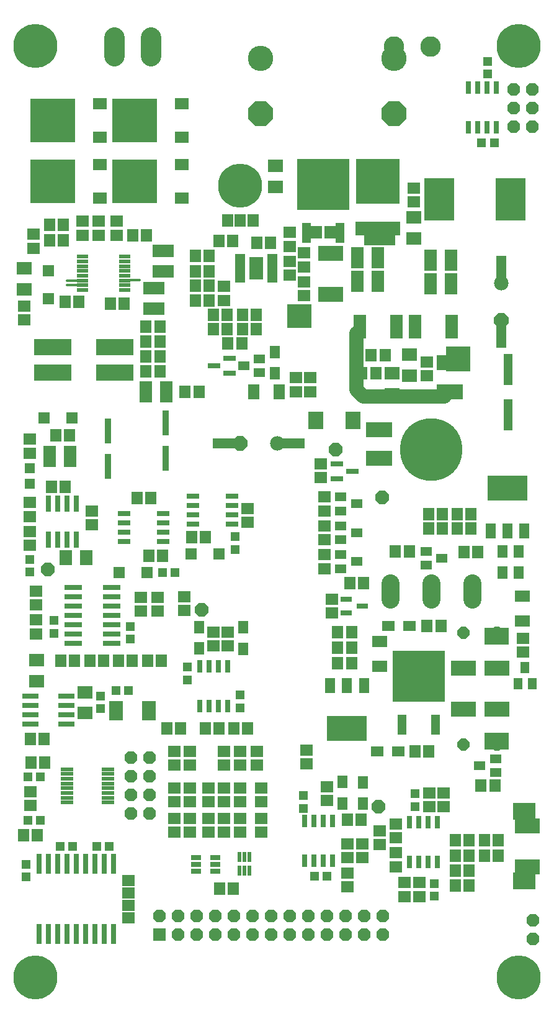
<source format=gts>
G75*
G70*
%OFA0B0*%
%FSLAX24Y24*%
%IPPOS*%
%LPD*%
%AMOC8*
5,1,8,0,0,1.08239X$1,22.5*
%
%ADD10R,0.1700X0.1275*%
%ADD11C,0.0120*%
%ADD12C,0.0140*%
%ADD13C,0.0760*%
%ADD14R,0.0789X0.0631*%
%ADD15R,0.0474X0.0513*%
%ADD16R,0.0592X0.0671*%
%ADD17R,0.0671X0.0592*%
%ADD18R,0.0789X0.0710*%
%ADD19R,0.0760X0.0270*%
%ADD20R,0.0513X0.0474*%
%ADD21R,0.0710X0.0218*%
%ADD22R,0.0300X0.1080*%
%ADD23OC8,0.0674*%
%ADD24C,0.0973*%
%ADD25C,0.3350*%
%ADD26R,0.0552X0.0671*%
%ADD27R,0.0671X0.0552*%
%ADD28R,0.0530X0.0830*%
%ADD29R,0.2125X0.1375*%
%ADD30R,0.0316X0.0690*%
%ADD31R,0.0631X0.0474*%
%ADD32R,0.0474X0.0631*%
%ADD33R,0.1340X0.0789*%
%ADD34R,0.0680X0.0300*%
%ADD35R,0.0600X0.0300*%
%ADD36R,0.0450X0.1060*%
%ADD37R,0.2850X0.2770*%
%ADD38R,0.1419X0.0828*%
%ADD39R,0.0860X0.0300*%
%ADD40R,0.0674X0.0674*%
%ADD41R,0.0710X0.1143*%
%ADD42R,0.0790X0.0710*%
%ADD43R,0.1646X0.2315*%
%ADD44R,0.0631X0.0789*%
%ADD45R,0.2365X0.2444*%
%ADD46R,0.0592X0.0749*%
%ADD47R,0.0680X0.1280*%
%ADD48R,0.0580X0.0260*%
%ADD49R,0.0770X0.1240*%
%ADD50R,0.2049X0.0867*%
%ADD51R,0.0380X0.1360*%
%ADD52R,0.0552X0.0552*%
%ADD53R,0.0631X0.0631*%
%ADD54R,0.1143X0.0710*%
%ADD55R,0.0640X0.0220*%
%ADD56C,0.1360*%
%ADD57OC8,0.1360*%
%ADD58R,0.0690X0.0316*%
%ADD59R,0.2444X0.2365*%
%ADD60R,0.0749X0.0592*%
%ADD61R,0.0789X0.0946*%
%ADD62R,0.0220X0.0540*%
%ADD63R,0.0580X0.0300*%
%ADD64R,0.0946X0.0316*%
%ADD65OC8,0.0730*%
%ADD66R,0.0710X0.0789*%
%ADD67R,0.0300X0.0860*%
%ADD68C,0.1100*%
%ADD69OC8,0.0640*%
%ADD70R,0.1720X0.0550*%
%ADD71C,0.0780*%
%ADD72OC8,0.0780*%
%ADD73R,0.0550X0.1720*%
%ADD74R,0.0510X0.1680*%
%ADD75C,0.1100*%
%ADD76R,0.0516X0.0516*%
%ADD77C,0.2365*%
D10*
X028491Y046953D03*
D11*
X015616Y044441D02*
X014816Y044441D01*
D12*
X012641Y044416D02*
X011691Y044416D01*
X011691Y044191D02*
X012616Y044191D01*
D13*
X027241Y041616D02*
X027241Y038591D01*
X027616Y038216D01*
X031966Y038216D01*
D14*
X036166Y027485D03*
X036166Y026147D03*
X028491Y025060D03*
X028491Y023722D03*
D15*
X009491Y012431D03*
X009491Y013101D03*
X013491Y021456D03*
X013491Y022126D03*
X015091Y025181D03*
X015091Y025851D03*
X016831Y028741D03*
X017500Y028741D03*
X018166Y023676D03*
X018166Y023006D03*
X021016Y022176D03*
X021016Y021506D03*
X024416Y016776D03*
X024416Y016106D03*
X030391Y016206D03*
X030391Y016876D03*
X031441Y012051D03*
X031441Y011381D03*
X011016Y025506D03*
X011016Y026176D03*
X034316Y055531D03*
X034316Y056201D03*
D16*
X025840Y047016D03*
X025092Y047016D03*
X022640Y046466D03*
X021892Y046466D03*
X021685Y047641D03*
X021016Y047641D03*
X020347Y047641D03*
X020615Y046566D03*
X019867Y046566D03*
X019340Y045766D03*
X019340Y044916D03*
X019340Y044141D03*
X019340Y043366D03*
X018592Y043366D03*
X018592Y044141D03*
X018592Y044916D03*
X018592Y045766D03*
X019567Y042591D03*
X019567Y041816D03*
X020315Y041816D03*
X020315Y042591D03*
X021117Y042591D03*
X021117Y041816D03*
X021090Y041041D03*
X020342Y041041D03*
X021865Y041816D03*
X021865Y042591D03*
X018790Y038441D03*
X018042Y038441D03*
X016690Y039566D03*
X016690Y040341D03*
X015942Y040341D03*
X015942Y039566D03*
X015942Y041141D03*
X015942Y041966D03*
X016690Y041966D03*
X016690Y041141D03*
X014765Y043191D03*
X014017Y043191D03*
X012340Y043291D03*
X011592Y043291D03*
X011515Y046591D03*
X011515Y047416D03*
X010767Y047416D03*
X010767Y046591D03*
X015217Y046841D03*
X015965Y046841D03*
X011840Y036116D03*
X011092Y036116D03*
X010867Y033366D03*
X011615Y033366D03*
X015467Y032741D03*
X016215Y032741D03*
X018392Y030641D03*
X019140Y030641D03*
X016840Y029641D03*
X016092Y029641D03*
X016017Y024016D03*
X016765Y024016D03*
X015215Y024016D03*
X014467Y024016D03*
X013665Y024016D03*
X012917Y024016D03*
X012115Y024016D03*
X011367Y024016D03*
X010465Y019816D03*
X009717Y019816D03*
X009767Y018566D03*
X010515Y018566D03*
X010115Y014666D03*
X009367Y014666D03*
X017067Y020391D03*
X017815Y020391D03*
X019117Y020391D03*
X019865Y020391D03*
X020662Y020391D03*
X021410Y020391D03*
X026242Y023891D03*
X026990Y023891D03*
X026990Y024716D03*
X026990Y025566D03*
X026242Y025566D03*
X026242Y024716D03*
X026892Y028191D03*
X027640Y028191D03*
X029342Y029891D03*
X030090Y029891D03*
X031117Y031116D03*
X031117Y031891D03*
X031865Y031891D03*
X031865Y031116D03*
X032667Y031116D03*
X032667Y031891D03*
X033415Y031891D03*
X033415Y031116D03*
X033765Y029866D03*
X033017Y029866D03*
X031790Y025891D03*
X031042Y025891D03*
X031140Y019166D03*
X030392Y019166D03*
X027515Y015491D03*
X026767Y015491D03*
X032567Y014391D03*
X032567Y013566D03*
X032567Y012766D03*
X033315Y012766D03*
X033315Y013566D03*
X033315Y014391D03*
X034117Y014391D03*
X034117Y013566D03*
X034865Y013566D03*
X034865Y014391D03*
X033315Y011966D03*
X032567Y011966D03*
X033942Y017316D03*
X034690Y017316D03*
X020640Y011791D03*
X019892Y011791D03*
X027542Y039466D03*
X028290Y039466D03*
X028042Y040416D03*
X028790Y040416D03*
D17*
X031041Y040065D03*
X031041Y039317D03*
X025541Y032815D03*
X025541Y032067D03*
X025541Y031265D03*
X025541Y030517D03*
X025541Y029715D03*
X025541Y028967D03*
X025941Y027340D03*
X025941Y026592D03*
X021416Y031442D03*
X021416Y032190D03*
X017991Y027465D03*
X017991Y026717D03*
X016566Y026692D03*
X016566Y027440D03*
X015666Y027440D03*
X015666Y026692D03*
X013041Y031317D03*
X013041Y032065D03*
X010041Y027765D03*
X010041Y027017D03*
X010041Y026215D03*
X010041Y025467D03*
X009691Y030217D03*
X009691Y030965D03*
X009691Y031767D03*
X009691Y032515D03*
X009716Y035167D03*
X009716Y035915D03*
X009416Y042317D03*
X009416Y043065D03*
X009891Y046167D03*
X009891Y046915D03*
X012541Y046867D03*
X012541Y047615D03*
X013391Y047615D03*
X013391Y046867D03*
X014366Y046867D03*
X014366Y047615D03*
X020141Y044115D03*
X020141Y043367D03*
X023666Y044717D03*
X023666Y045465D03*
X023666Y046267D03*
X023666Y047015D03*
X024441Y045915D03*
X024441Y045167D03*
X024441Y044365D03*
X024441Y043617D03*
X024766Y039215D03*
X024766Y038467D03*
X023991Y038467D03*
X023991Y039215D03*
X025341Y034590D03*
X025341Y033842D03*
X020341Y025565D03*
X020341Y024817D03*
X019566Y024817D03*
X019566Y025565D03*
X020141Y019165D03*
X020141Y018417D03*
X020991Y018417D03*
X020991Y019165D03*
X021916Y019165D03*
X021916Y018417D03*
X022141Y017190D03*
X022141Y016442D03*
X022141Y015565D03*
X022141Y014817D03*
X020991Y014817D03*
X020991Y015565D03*
X020141Y015565D03*
X020141Y014817D03*
X019296Y014817D03*
X019296Y015565D03*
X019296Y016442D03*
X019296Y017190D03*
X020141Y017190D03*
X020141Y016442D03*
X020992Y016442D03*
X020992Y017190D03*
X018316Y017190D03*
X018316Y016442D03*
X017466Y016442D03*
X017466Y017190D03*
X017466Y018417D03*
X017466Y019165D03*
X018316Y019165D03*
X018316Y018417D03*
X018316Y015565D03*
X018316Y014817D03*
X017466Y014817D03*
X017466Y015565D03*
X015016Y012235D03*
X015016Y011566D03*
X015016Y010897D03*
X015016Y010227D03*
X009741Y016242D03*
X009741Y016990D03*
X024566Y018492D03*
X024566Y019240D03*
X025672Y017269D03*
X025672Y016521D03*
X026766Y014190D03*
X026766Y013442D03*
X027566Y013442D03*
X027566Y014190D03*
X028492Y014146D03*
X028492Y014894D03*
X029366Y015265D03*
X029366Y014517D03*
X029366Y013715D03*
X029366Y012967D03*
X029822Y012121D03*
X029822Y011373D03*
X030628Y011367D03*
X030628Y012115D03*
X031165Y016192D03*
X031165Y016940D03*
X031934Y016940D03*
X031934Y016192D03*
X026766Y012640D03*
X026766Y011892D03*
X036191Y024492D03*
X036191Y025240D03*
X030341Y048642D03*
X030341Y049390D03*
D18*
X030091Y040442D03*
X030091Y039340D03*
X029166Y039442D03*
X029166Y038340D03*
X012666Y022317D03*
X012666Y021215D03*
X010066Y022940D03*
X010066Y024042D03*
D19*
X014336Y021721D03*
X014336Y021471D03*
X014336Y021211D03*
X014336Y020961D03*
X016096Y020961D03*
X016096Y021211D03*
X016096Y021471D03*
X016096Y021721D03*
D20*
X015000Y022416D03*
X014331Y022416D03*
X010275Y017791D03*
X009606Y017791D03*
X009606Y015441D03*
X010275Y015441D03*
X011331Y014066D03*
X012000Y014066D03*
X013306Y014066D03*
X013975Y014066D03*
X009716Y028781D03*
X009716Y029451D03*
X020741Y030006D03*
X020741Y030676D03*
X025006Y012466D03*
X025675Y012466D03*
X033981Y051816D03*
X034650Y051816D03*
D21*
X013893Y018202D03*
X013893Y017946D03*
X013893Y017690D03*
X013893Y017434D03*
X013893Y017178D03*
X013893Y016922D03*
X013893Y016666D03*
X013893Y016410D03*
X011688Y016410D03*
X011688Y016666D03*
X011688Y016922D03*
X011688Y017178D03*
X011688Y017434D03*
X011688Y017690D03*
X011688Y017946D03*
X011688Y018202D03*
D22*
X011716Y013121D03*
X011216Y013121D03*
X010716Y013121D03*
X010216Y013121D03*
X012216Y013121D03*
X012716Y013121D03*
X013216Y013121D03*
X013716Y013121D03*
X014216Y013121D03*
X014216Y009361D03*
X013716Y009361D03*
X013216Y009361D03*
X012716Y009361D03*
X012216Y009361D03*
X011716Y009361D03*
X011216Y009361D03*
X010716Y009361D03*
X010216Y009361D03*
D23*
X015141Y015816D03*
X015141Y016816D03*
X015141Y017816D03*
X015141Y018816D03*
X016141Y018816D03*
X016141Y017816D03*
X016141Y016816D03*
X016141Y015816D03*
X016660Y010323D03*
X017660Y010323D03*
X017660Y009323D03*
X018660Y009323D03*
X018660Y010323D03*
X019660Y010323D03*
X020660Y010323D03*
X020660Y009323D03*
X019660Y009323D03*
X021660Y009323D03*
X021660Y010323D03*
X022660Y010323D03*
X022660Y009323D03*
X023660Y009323D03*
X023660Y010323D03*
X024660Y010323D03*
X024660Y009323D03*
X025660Y009323D03*
X025660Y010323D03*
X026660Y010323D03*
X026660Y009323D03*
X027660Y009323D03*
X027660Y010323D03*
X028660Y010323D03*
X028660Y009323D03*
X036741Y009091D03*
X036741Y010091D03*
X036716Y052691D03*
X036716Y053691D03*
X036716Y054691D03*
X035716Y054691D03*
X035716Y053691D03*
X035716Y052691D03*
D24*
X033450Y028205D02*
X033450Y027320D01*
X031250Y027320D02*
X031250Y028205D01*
X029050Y028205D02*
X029050Y027320D01*
D25*
X031250Y035362D03*
D26*
X035116Y029887D03*
X035966Y029887D03*
X035966Y028745D03*
X035116Y028745D03*
X027591Y017487D03*
X027591Y016345D03*
X026491Y016370D03*
X026491Y017512D03*
X021166Y024670D03*
X021166Y025812D03*
X018791Y025837D03*
X018791Y024695D03*
X022866Y039445D03*
X022866Y040587D03*
D27*
X028970Y025891D03*
X030112Y025891D03*
X029512Y019166D03*
X028370Y019166D03*
D28*
X027651Y022676D03*
X026741Y022676D03*
X025831Y022676D03*
X034456Y031006D03*
X035366Y031006D03*
X036276Y031006D03*
D29*
X035366Y033276D03*
X026741Y020406D03*
D30*
X025964Y015429D03*
X025464Y015429D03*
X024964Y015429D03*
X024464Y015429D03*
X024464Y013303D03*
X024964Y013303D03*
X025464Y013303D03*
X025964Y013303D03*
X030089Y013228D03*
X030589Y013228D03*
X031089Y013228D03*
X031589Y013228D03*
X031589Y015354D03*
X031089Y015354D03*
X030589Y015354D03*
X030089Y015354D03*
X020339Y021603D03*
X019839Y021603D03*
X019339Y021603D03*
X018839Y021603D03*
X018839Y023729D03*
X019339Y023729D03*
X019839Y023729D03*
X020339Y023729D03*
X033264Y052653D03*
X033764Y052653D03*
X034264Y052653D03*
X034764Y052653D03*
X034764Y054779D03*
X034264Y054779D03*
X033764Y054779D03*
X033264Y054779D03*
D31*
X022049Y040240D03*
X022049Y039492D03*
X021183Y039866D03*
X026408Y032815D03*
X026408Y032067D03*
X026408Y031265D03*
X026408Y030517D03*
X026408Y029715D03*
X026408Y028967D03*
X027274Y029341D03*
X027274Y030891D03*
X027274Y032441D03*
X030983Y029890D03*
X030983Y029142D03*
X031849Y029516D03*
X034724Y018765D03*
X034724Y018017D03*
X033858Y018391D03*
D32*
X035942Y022783D03*
X036690Y022783D03*
X036316Y023649D03*
D33*
X034791Y023618D03*
X033016Y023618D03*
X033016Y021414D03*
X034791Y021414D03*
X036441Y015168D03*
X036441Y012964D03*
X025866Y043689D03*
X025866Y045893D03*
D34*
X020441Y040266D03*
X020441Y039466D03*
X019591Y039866D03*
X026191Y034591D03*
X026191Y033791D03*
X027041Y034191D03*
D35*
X026711Y027336D03*
X026711Y026596D03*
X027571Y026966D03*
D36*
X029708Y020597D03*
X031508Y020597D03*
X026366Y046996D03*
X024566Y046996D03*
D37*
X025466Y049576D03*
X030608Y023177D03*
D38*
X028466Y034898D03*
X028466Y036434D03*
X032266Y038473D03*
X032266Y040009D03*
D39*
X011661Y022116D03*
X011661Y021616D03*
X011661Y021116D03*
X011661Y020616D03*
X009721Y020616D03*
X009721Y021116D03*
X009721Y021616D03*
X009721Y022116D03*
D40*
X016660Y009323D03*
D41*
X011867Y034991D03*
X010765Y034991D03*
X015940Y038466D03*
X017042Y038466D03*
X027290Y044391D03*
X027290Y045666D03*
X028392Y045666D03*
X028392Y044391D03*
X031240Y044241D03*
X031240Y045516D03*
X032342Y045516D03*
X032342Y044241D03*
D42*
X030341Y046706D03*
X030341Y047826D03*
X022916Y049456D03*
X022916Y050576D03*
X009416Y045076D03*
X009416Y043956D03*
D43*
X031706Y048791D03*
X035525Y048791D03*
D44*
X023085Y038441D03*
X021747Y038441D03*
D45*
X028416Y049765D03*
D46*
X029315Y047230D03*
X027516Y047230D03*
D47*
X027426Y041966D03*
X029406Y041966D03*
X030401Y041966D03*
X032381Y041966D03*
D48*
X022746Y044449D03*
X022746Y044705D03*
X022746Y044961D03*
X022746Y045221D03*
X022746Y045477D03*
X022746Y045733D03*
X020986Y045733D03*
X020986Y045477D03*
X020986Y045221D03*
X020986Y044961D03*
X020986Y044705D03*
X020986Y044449D03*
D49*
X021866Y045091D03*
D50*
X014264Y040855D03*
X014264Y039477D03*
X010918Y039477D03*
X010918Y040855D03*
D51*
X013891Y036366D03*
X013891Y034466D03*
X016991Y034891D03*
X016991Y036791D03*
D52*
X009716Y034354D03*
X009716Y033528D03*
D53*
X010468Y037066D03*
X011964Y037066D03*
X010716Y043468D03*
X010716Y044964D03*
X018368Y029766D03*
X019864Y029766D03*
X015989Y028766D03*
X014493Y028766D03*
D54*
X016366Y042915D03*
X016366Y044017D03*
X016866Y044915D03*
X016866Y046017D03*
D55*
X014786Y045716D03*
X014786Y045456D03*
X014786Y045196D03*
X014786Y044946D03*
X014786Y044686D03*
X014786Y044436D03*
X014786Y044176D03*
X014786Y043916D03*
X012546Y043916D03*
X012546Y044176D03*
X012546Y044436D03*
X012546Y044686D03*
X012546Y044946D03*
X012546Y045196D03*
X012546Y045456D03*
X012546Y045716D03*
D56*
X022116Y056342D03*
X029266Y056342D03*
D57*
X029266Y053390D03*
X022116Y053390D03*
D58*
X020579Y032868D03*
X020579Y032368D03*
X020579Y031868D03*
X020579Y031368D03*
X018453Y031368D03*
X018453Y031868D03*
X018453Y032368D03*
X018453Y032868D03*
X016879Y031918D03*
X016879Y031418D03*
X016879Y030918D03*
X016879Y030418D03*
X014753Y030418D03*
X014753Y030918D03*
X014753Y031418D03*
X014753Y031918D03*
D59*
X015342Y049766D03*
X015342Y053016D03*
X010917Y053016D03*
X010917Y049766D03*
D60*
X013452Y050666D03*
X013452Y052116D03*
X013452Y053916D03*
X013452Y048866D03*
X017877Y048866D03*
X017877Y050666D03*
X017877Y052116D03*
X017877Y053916D03*
D61*
X025062Y036916D03*
X027070Y036916D03*
D62*
X021501Y013486D03*
X021241Y013486D03*
X020981Y013486D03*
X020981Y012746D03*
X021241Y012746D03*
X021501Y012746D03*
D63*
X019651Y012721D03*
X019651Y013091D03*
X019651Y013461D03*
X018631Y013461D03*
X018631Y013091D03*
X018631Y012721D03*
D64*
X014086Y024966D03*
X014086Y025466D03*
X014086Y025966D03*
X014086Y026466D03*
X014086Y026966D03*
X014086Y027466D03*
X014086Y027966D03*
X012046Y027966D03*
X012046Y027466D03*
X012046Y026966D03*
X012046Y026466D03*
X012046Y025966D03*
X012046Y025466D03*
X012046Y024966D03*
D65*
X010666Y028916D03*
X018941Y026766D03*
X026141Y035341D03*
X028641Y032791D03*
X028441Y016191D03*
D66*
X012742Y029541D03*
X011640Y029541D03*
D67*
X011716Y030521D03*
X011216Y030521D03*
X010716Y030521D03*
X010716Y032461D03*
X011216Y032461D03*
X011716Y032461D03*
X012216Y032461D03*
X012216Y030521D03*
D68*
X014241Y056491D02*
X014241Y057491D01*
X016209Y057491D02*
X016209Y056491D01*
D69*
X033016Y025516D03*
X034791Y025516D03*
X034791Y019516D03*
X033016Y019516D03*
D70*
X023591Y035691D03*
X020391Y035691D03*
D71*
X022991Y035691D03*
X035041Y044291D03*
D72*
X035041Y042291D03*
X020991Y035691D03*
D73*
X035041Y041691D03*
X035041Y044891D03*
D74*
X035391Y039671D03*
X035391Y037211D03*
D75*
X031234Y056991D03*
X029266Y056991D03*
D76*
X024616Y042916D03*
X024616Y042516D03*
X024616Y042116D03*
X024191Y042116D03*
X024191Y042516D03*
X024191Y042916D03*
X023766Y042916D03*
X023766Y042516D03*
X023766Y042116D03*
X032291Y040641D03*
X032716Y040641D03*
X033141Y040641D03*
X033141Y040216D03*
X033141Y039791D03*
X032716Y039791D03*
X032716Y040216D03*
X032291Y040216D03*
X032291Y039791D03*
X034366Y025541D03*
X034366Y025116D03*
X034791Y025116D03*
X035216Y025116D03*
X035216Y025541D03*
X035216Y019916D03*
X035216Y019491D03*
X034791Y019916D03*
X034366Y019916D03*
X034366Y019491D03*
X035891Y016141D03*
X036266Y016141D03*
X036641Y016141D03*
X036641Y015716D03*
X036266Y015716D03*
X035891Y015716D03*
X035891Y012416D03*
X036266Y012416D03*
X036641Y012416D03*
X036641Y011991D03*
X036266Y011991D03*
X035891Y011991D03*
D77*
X035975Y007016D03*
X009991Y007016D03*
X021014Y049535D03*
X009991Y057016D03*
X035975Y057016D03*
M02*

</source>
